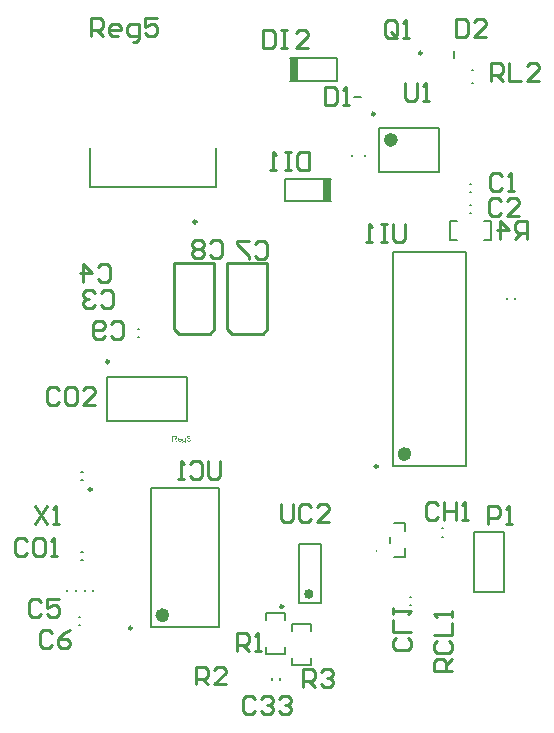
<source format=gbo>
G04*
G04 #@! TF.GenerationSoftware,Altium Limited,Altium Designer,23.8.1 (32)*
G04*
G04 Layer_Color=32896*
%FSLAX44Y44*%
%MOMM*%
G71*
G04*
G04 #@! TF.SameCoordinates,B3540FD7-C173-429B-8219-2738AE0D0CCA*
G04*
G04*
G04 #@! TF.FilePolarity,Positive*
G04*
G01*
G75*
%ADD10C,0.2000*%
%ADD12C,0.2540*%
%ADD87C,0.2500*%
%ADD88C,0.6000*%
%ADD89C,0.4000*%
%ADD90C,0.1270*%
%ADD91R,0.8000X1.9000*%
G36*
X528415Y377802D02*
X528507Y377788D01*
X528619Y377767D01*
X528746Y377732D01*
X528873Y377690D01*
X528999Y377633D01*
X529007D01*
X529013Y377626D01*
X529056Y377605D01*
X529119Y377563D01*
X529189Y377514D01*
X529274Y377443D01*
X529358Y377366D01*
X529443Y377274D01*
X529513Y377169D01*
X529520Y377155D01*
X529541Y377120D01*
X529569Y377056D01*
X529605Y376979D01*
X529640Y376887D01*
X529668Y376782D01*
X529689Y376662D01*
X529696Y376543D01*
Y376529D01*
Y376486D01*
X529689Y376430D01*
X529675Y376353D01*
X529654Y376261D01*
X529619Y376163D01*
X529576Y376064D01*
X529520Y375966D01*
X529513Y375952D01*
X529492Y375924D01*
X529450Y375874D01*
X529394Y375818D01*
X529323Y375755D01*
X529239Y375684D01*
X529140Y375621D01*
X529021Y375558D01*
X529028D01*
X529042Y375551D01*
X529063Y375544D01*
X529091Y375536D01*
X529168Y375508D01*
X529267Y375466D01*
X529379Y375410D01*
X529492Y375340D01*
X529598Y375248D01*
X529696Y375143D01*
X529703Y375128D01*
X529731Y375086D01*
X529773Y375016D01*
X529816Y374924D01*
X529858Y374812D01*
X529900Y374678D01*
X529928Y374523D01*
X529935Y374355D01*
Y374347D01*
Y374326D01*
Y374291D01*
X529928Y374249D01*
X529921Y374193D01*
X529907Y374129D01*
X529893Y374059D01*
X529879Y373982D01*
X529823Y373813D01*
X529780Y373721D01*
X529738Y373637D01*
X529682Y373545D01*
X529619Y373454D01*
X529548Y373362D01*
X529464Y373278D01*
X529457Y373271D01*
X529443Y373257D01*
X529415Y373236D01*
X529379Y373208D01*
X529337Y373172D01*
X529281Y373137D01*
X529218Y373095D01*
X529140Y373060D01*
X529063Y373018D01*
X528971Y372976D01*
X528880Y372940D01*
X528774Y372905D01*
X528662Y372877D01*
X528542Y372856D01*
X528423Y372842D01*
X528289Y372835D01*
X528226D01*
X528183Y372842D01*
X528127Y372849D01*
X528064Y372856D01*
X527993Y372870D01*
X527916Y372884D01*
X527747Y372926D01*
X527571Y372997D01*
X527480Y373039D01*
X527395Y373088D01*
X527311Y373151D01*
X527226Y373215D01*
X527219Y373222D01*
X527205Y373236D01*
X527184Y373257D01*
X527163Y373285D01*
X527128Y373320D01*
X527093Y373369D01*
X527051Y373419D01*
X527008Y373482D01*
X526966Y373552D01*
X526924Y373623D01*
X526847Y373792D01*
X526783Y373989D01*
X526762Y374094D01*
X526748Y374207D01*
X527346Y374284D01*
Y374277D01*
X527353Y374263D01*
X527360Y374235D01*
X527367Y374200D01*
X527374Y374157D01*
X527388Y374108D01*
X527424Y374003D01*
X527473Y373876D01*
X527536Y373756D01*
X527606Y373644D01*
X527691Y373545D01*
X527705Y373538D01*
X527733Y373510D01*
X527789Y373475D01*
X527860Y373440D01*
X527944Y373398D01*
X528050Y373362D01*
X528169Y373334D01*
X528296Y373327D01*
X528338D01*
X528366Y373334D01*
X528444Y373341D01*
X528542Y373362D01*
X528655Y373398D01*
X528774Y373447D01*
X528894Y373517D01*
X529007Y373616D01*
X529021Y373630D01*
X529056Y373672D01*
X529098Y373735D01*
X529154Y373820D01*
X529211Y373925D01*
X529253Y374045D01*
X529288Y374186D01*
X529302Y374340D01*
Y374347D01*
Y374361D01*
Y374383D01*
X529295Y374411D01*
X529288Y374488D01*
X529267Y374580D01*
X529239Y374692D01*
X529189Y374805D01*
X529119Y374917D01*
X529028Y375023D01*
X529013Y375037D01*
X528978Y375065D01*
X528922Y375107D01*
X528845Y375157D01*
X528746Y375206D01*
X528627Y375248D01*
X528493Y375276D01*
X528345Y375290D01*
X528282D01*
X528233Y375283D01*
X528169Y375276D01*
X528099Y375262D01*
X528014Y375248D01*
X527923Y375227D01*
X527993Y375755D01*
X528028D01*
X528057Y375748D01*
X528148D01*
X528226Y375762D01*
X528317Y375776D01*
X528423Y375797D01*
X528542Y375832D01*
X528655Y375881D01*
X528774Y375945D01*
X528781D01*
X528788Y375952D01*
X528824Y375980D01*
X528873Y376029D01*
X528929Y376092D01*
X528985Y376184D01*
X529035Y376289D01*
X529070Y376409D01*
X529084Y376479D01*
Y376557D01*
Y376564D01*
Y376571D01*
Y376613D01*
X529070Y376669D01*
X529056Y376747D01*
X529028Y376831D01*
X528992Y376923D01*
X528936Y377014D01*
X528859Y377099D01*
X528852Y377105D01*
X528816Y377134D01*
X528767Y377169D01*
X528704Y377211D01*
X528619Y377246D01*
X528521Y377281D01*
X528409Y377309D01*
X528282Y377317D01*
X528226D01*
X528162Y377303D01*
X528078Y377288D01*
X527986Y377260D01*
X527895Y377225D01*
X527796Y377169D01*
X527705Y377099D01*
X527698Y377091D01*
X527670Y377056D01*
X527627Y377007D01*
X527578Y376937D01*
X527529Y376845D01*
X527480Y376733D01*
X527438Y376599D01*
X527409Y376444D01*
X526811Y376550D01*
Y376557D01*
X526818Y376578D01*
X526825Y376606D01*
X526832Y376648D01*
X526847Y376697D01*
X526868Y376754D01*
X526910Y376887D01*
X526980Y377042D01*
X527065Y377197D01*
X527170Y377345D01*
X527304Y377478D01*
X527311Y377485D01*
X527325Y377492D01*
X527346Y377506D01*
X527374Y377528D01*
X527409Y377556D01*
X527459Y377584D01*
X527508Y377612D01*
X527571Y377647D01*
X527712Y377704D01*
X527874Y377760D01*
X528064Y377795D01*
X528162Y377809D01*
X528338D01*
X528415Y377802D01*
D02*
G37*
G36*
X516828Y377781D02*
X516891D01*
X517039Y377774D01*
X517193Y377753D01*
X517362Y377732D01*
X517517Y377696D01*
X517594Y377675D01*
X517658Y377654D01*
X517665D01*
X517672Y377647D01*
X517714Y377626D01*
X517777Y377598D01*
X517855Y377549D01*
X517939Y377485D01*
X518031Y377401D01*
X518115Y377303D01*
X518200Y377190D01*
Y377183D01*
X518207Y377176D01*
X518235Y377134D01*
X518263Y377063D01*
X518305Y376972D01*
X518340Y376866D01*
X518375Y376740D01*
X518396Y376606D01*
X518404Y376458D01*
Y376451D01*
Y376437D01*
Y376409D01*
X518396Y376374D01*
Y376325D01*
X518390Y376275D01*
X518361Y376156D01*
X518319Y376015D01*
X518263Y375867D01*
X518178Y375719D01*
X518122Y375649D01*
X518066Y375579D01*
X518059Y375572D01*
X518052Y375565D01*
X518031Y375544D01*
X518003Y375522D01*
X517967Y375494D01*
X517925Y375466D01*
X517869Y375431D01*
X517813Y375389D01*
X517742Y375354D01*
X517665Y375318D01*
X517580Y375276D01*
X517489Y375241D01*
X517383Y375213D01*
X517278Y375178D01*
X517158Y375157D01*
X517032Y375135D01*
X517046Y375128D01*
X517074Y375114D01*
X517116Y375086D01*
X517172Y375058D01*
X517299Y374981D01*
X517362Y374931D01*
X517419Y374889D01*
X517433Y374875D01*
X517468Y374840D01*
X517524Y374784D01*
X517594Y374713D01*
X517672Y374615D01*
X517763Y374509D01*
X517855Y374383D01*
X517953Y374242D01*
X518791Y372919D01*
X517988D01*
X517348Y373932D01*
Y373939D01*
X517334Y373954D01*
X517320Y373975D01*
X517299Y374003D01*
X517250Y374080D01*
X517186Y374179D01*
X517109Y374284D01*
X517032Y374397D01*
X516954Y374502D01*
X516884Y374601D01*
X516877Y374608D01*
X516856Y374636D01*
X516820Y374678D01*
X516771Y374727D01*
X516666Y374833D01*
X516609Y374882D01*
X516553Y374924D01*
X516546Y374931D01*
X516532Y374939D01*
X516504Y374953D01*
X516462Y374974D01*
X516419Y374995D01*
X516370Y375016D01*
X516258Y375051D01*
X516251D01*
X516236Y375058D01*
X516208D01*
X516173Y375065D01*
X516124Y375072D01*
X516068D01*
X515990Y375079D01*
X515160D01*
Y372919D01*
X514513D01*
Y377788D01*
X516771D01*
X516828Y377781D01*
D02*
G37*
G36*
X520901Y376521D02*
X520958Y376515D01*
X521028Y376500D01*
X521105Y376486D01*
X521197Y376465D01*
X521281Y376444D01*
X521380Y376409D01*
X521471Y376374D01*
X521570Y376325D01*
X521668Y376268D01*
X521767Y376205D01*
X521858Y376128D01*
X521943Y376043D01*
X521950Y376036D01*
X521964Y376022D01*
X521985Y375994D01*
X522013Y375952D01*
X522048Y375902D01*
X522083Y375846D01*
X522126Y375776D01*
X522168Y375691D01*
X522210Y375600D01*
X522252Y375501D01*
X522287Y375389D01*
X522323Y375269D01*
X522351Y375135D01*
X522372Y374995D01*
X522386Y374847D01*
X522393Y374685D01*
Y374678D01*
Y374650D01*
Y374601D01*
X522386Y374530D01*
X519747D01*
Y374523D01*
Y374502D01*
X519754Y374474D01*
Y374432D01*
X519762Y374383D01*
X519776Y374326D01*
X519797Y374200D01*
X519839Y374059D01*
X519895Y373904D01*
X519972Y373764D01*
X520071Y373637D01*
X520078D01*
X520085Y373623D01*
X520127Y373588D01*
X520191Y373538D01*
X520275Y373489D01*
X520388Y373433D01*
X520514Y373384D01*
X520655Y373348D01*
X520732Y373341D01*
X520817Y373334D01*
X520873D01*
X520936Y373341D01*
X521014Y373355D01*
X521098Y373377D01*
X521197Y373405D01*
X521288Y373447D01*
X521380Y373503D01*
X521387Y373510D01*
X521422Y373538D01*
X521464Y373581D01*
X521513Y373637D01*
X521570Y373714D01*
X521633Y373813D01*
X521696Y373925D01*
X521753Y374059D01*
X522372Y373982D01*
Y373975D01*
X522365Y373960D01*
X522358Y373932D01*
X522344Y373890D01*
X522323Y373848D01*
X522301Y373792D01*
X522245Y373672D01*
X522175Y373538D01*
X522076Y373398D01*
X521964Y373264D01*
X521823Y373137D01*
X521816D01*
X521802Y373123D01*
X521781Y373109D01*
X521753Y373088D01*
X521710Y373067D01*
X521668Y373046D01*
X521612Y373018D01*
X521549Y372990D01*
X521478Y372961D01*
X521408Y372933D01*
X521232Y372891D01*
X521035Y372856D01*
X520817Y372842D01*
X520739D01*
X520690Y372849D01*
X520627Y372856D01*
X520550Y372870D01*
X520465Y372884D01*
X520374Y372898D01*
X520177Y372954D01*
X520071Y372997D01*
X519972Y373039D01*
X519867Y373095D01*
X519768Y373158D01*
X519677Y373229D01*
X519586Y373313D01*
X519579Y373320D01*
X519565Y373334D01*
X519543Y373362D01*
X519515Y373405D01*
X519480Y373454D01*
X519445Y373510D01*
X519403Y373581D01*
X519360Y373658D01*
X519318Y373749D01*
X519276Y373848D01*
X519241Y373960D01*
X519206Y374080D01*
X519178Y374207D01*
X519156Y374347D01*
X519142Y374495D01*
X519135Y374650D01*
Y374657D01*
Y374692D01*
Y374734D01*
X519142Y374798D01*
X519149Y374875D01*
X519156Y374960D01*
X519170Y375058D01*
X519192Y375157D01*
X519248Y375382D01*
X519283Y375494D01*
X519325Y375614D01*
X519381Y375727D01*
X519445Y375832D01*
X519515Y375938D01*
X519593Y376036D01*
X519600Y376043D01*
X519614Y376057D01*
X519642Y376078D01*
X519677Y376113D01*
X519719Y376149D01*
X519776Y376191D01*
X519839Y376240D01*
X519916Y376282D01*
X519994Y376332D01*
X520085Y376374D01*
X520184Y376416D01*
X520289Y376451D01*
X520402Y376486D01*
X520521Y376507D01*
X520648Y376521D01*
X520782Y376529D01*
X520852D01*
X520901Y376521D01*
D02*
G37*
G36*
X524525D02*
X524574Y376515D01*
X524637Y376500D01*
X524708Y376486D01*
X524785Y376465D01*
X524862Y376437D01*
X524947Y376402D01*
X525031Y376360D01*
X525123Y376310D01*
X525207Y376254D01*
X525292Y376184D01*
X525376Y376106D01*
X525453Y376015D01*
Y376451D01*
X526002D01*
Y373398D01*
Y373391D01*
Y373362D01*
Y373320D01*
Y373264D01*
X525995Y373201D01*
Y373123D01*
X525988Y373039D01*
X525981Y372947D01*
X525960Y372757D01*
X525932Y372560D01*
X525911Y372469D01*
X525890Y372384D01*
X525862Y372307D01*
X525833Y372237D01*
Y372230D01*
X525826Y372223D01*
X525798Y372180D01*
X525763Y372117D01*
X525707Y372040D01*
X525629Y371955D01*
X525538Y371864D01*
X525425Y371772D01*
X525299Y371695D01*
X525292D01*
X525285Y371688D01*
X525263Y371674D01*
X525235Y371667D01*
X525200Y371646D01*
X525158Y371632D01*
X525052Y371596D01*
X524926Y371554D01*
X524771Y371526D01*
X524595Y371498D01*
X524405Y371491D01*
X524342D01*
X524300Y371498D01*
X524243D01*
X524187Y371505D01*
X524117Y371512D01*
X524039Y371526D01*
X523877Y371561D01*
X523709Y371610D01*
X523540Y371681D01*
X523385Y371779D01*
X523378Y371786D01*
X523371Y371794D01*
X523322Y371836D01*
X523265Y371899D01*
X523195Y371991D01*
X523125Y372110D01*
X523061Y372258D01*
X523040Y372342D01*
X523026Y372434D01*
X523012Y372525D01*
Y372631D01*
X523596Y372553D01*
Y372539D01*
X523603Y372511D01*
X523617Y372462D01*
X523631Y372398D01*
X523659Y372335D01*
X523694Y372272D01*
X523737Y372209D01*
X523793Y372159D01*
X523807Y372152D01*
X523835Y372131D01*
X523884Y372103D01*
X523955Y372075D01*
X524039Y372040D01*
X524145Y372012D01*
X524271Y371991D01*
X524405Y371983D01*
X524476D01*
X524546Y371991D01*
X524644Y372005D01*
X524743Y372026D01*
X524848Y372054D01*
X524954Y372096D01*
X525045Y372152D01*
X525052Y372159D01*
X525080Y372180D01*
X525123Y372223D01*
X525172Y372272D01*
X525221Y372342D01*
X525271Y372420D01*
X525320Y372511D01*
X525355Y372617D01*
Y372624D01*
X525362Y372652D01*
X525369Y372708D01*
X525376Y372779D01*
X525383Y372828D01*
Y372884D01*
X525390Y372947D01*
Y373018D01*
Y373095D01*
X525397Y373187D01*
Y373278D01*
Y373384D01*
X525390Y373377D01*
X525376Y373362D01*
X525355Y373341D01*
X525327Y373313D01*
X525292Y373278D01*
X525242Y373236D01*
X525186Y373194D01*
X525130Y373151D01*
X524982Y373067D01*
X524820Y372990D01*
X524729Y372961D01*
X524630Y372940D01*
X524525Y372926D01*
X524419Y372919D01*
X524384D01*
X524349Y372926D01*
X524300D01*
X524236Y372933D01*
X524166Y372947D01*
X524089Y372961D01*
X524004Y372982D01*
X523913Y373011D01*
X523821Y373046D01*
X523730Y373088D01*
X523631Y373137D01*
X523540Y373201D01*
X523448Y373271D01*
X523364Y373348D01*
X523286Y373440D01*
X523279Y373447D01*
X523272Y373461D01*
X523251Y373496D01*
X523223Y373531D01*
X523195Y373588D01*
X523160Y373644D01*
X523125Y373714D01*
X523089Y373799D01*
X523054Y373883D01*
X523019Y373982D01*
X522984Y374080D01*
X522956Y374193D01*
X522906Y374432D01*
X522899Y374566D01*
X522892Y374699D01*
Y374706D01*
Y374720D01*
Y374748D01*
Y374784D01*
X522899Y374833D01*
Y374882D01*
X522914Y375009D01*
X522935Y375149D01*
X522970Y375304D01*
X523012Y375466D01*
X523075Y375628D01*
Y375635D01*
X523082Y375649D01*
X523096Y375670D01*
X523111Y375698D01*
X523153Y375776D01*
X523209Y375874D01*
X523286Y375980D01*
X523378Y376085D01*
X523483Y376198D01*
X523603Y376289D01*
X523610D01*
X523617Y376296D01*
X523638Y376310D01*
X523666Y376325D01*
X523737Y376367D01*
X523835Y376409D01*
X523955Y376451D01*
X524095Y376493D01*
X524250Y376521D01*
X524419Y376529D01*
X524482D01*
X524525Y376521D01*
D02*
G37*
%LPC*%
G36*
X516694Y377246D02*
X515160D01*
Y375635D01*
X516609D01*
X516694Y375642D01*
X516792Y375649D01*
X516905Y375656D01*
X517018Y375670D01*
X517130Y375691D01*
X517229Y375719D01*
X517243Y375727D01*
X517271Y375741D01*
X517313Y375762D01*
X517369Y375790D01*
X517433Y375832D01*
X517496Y375881D01*
X517559Y375945D01*
X517608Y376015D01*
X517616Y376022D01*
X517630Y376050D01*
X517651Y376092D01*
X517679Y376149D01*
X517700Y376212D01*
X517721Y376282D01*
X517735Y376367D01*
X517742Y376451D01*
Y376458D01*
Y376465D01*
X517735Y376507D01*
X517728Y376571D01*
X517714Y376655D01*
X517679Y376740D01*
X517637Y376838D01*
X517573Y376930D01*
X517489Y377021D01*
X517475Y377028D01*
X517440Y377056D01*
X517383Y377091D01*
X517292Y377134D01*
X517186Y377176D01*
X517046Y377211D01*
X516884Y377239D01*
X516694Y377246D01*
D02*
G37*
G36*
X520789Y376036D02*
X520746D01*
X520718Y376029D01*
X520641Y376022D01*
X520550Y376001D01*
X520437Y375966D01*
X520317Y375916D01*
X520205Y375846D01*
X520092Y375755D01*
X520078Y375741D01*
X520050Y375705D01*
X520001Y375642D01*
X519951Y375558D01*
X519895Y375459D01*
X519846Y375332D01*
X519804Y375185D01*
X519783Y375023D01*
X521760D01*
Y375030D01*
Y375044D01*
X521753Y375065D01*
Y375093D01*
X521739Y375178D01*
X521717Y375269D01*
X521682Y375382D01*
X521647Y375487D01*
X521591Y375593D01*
X521527Y375684D01*
Y375691D01*
X521513Y375698D01*
X521478Y375741D01*
X521415Y375797D01*
X521330Y375860D01*
X521225Y375924D01*
X521098Y375980D01*
X520951Y376022D01*
X520873Y376029D01*
X520789Y376036D01*
D02*
G37*
G36*
X524539D02*
X524426D01*
X524398Y376029D01*
X524321Y376022D01*
X524229Y375994D01*
X524117Y375959D01*
X524004Y375895D01*
X523891Y375818D01*
X523835Y375762D01*
X523779Y375705D01*
Y375698D01*
X523765Y375691D01*
X523751Y375670D01*
X523737Y375642D01*
X523716Y375614D01*
X523694Y375572D01*
X523666Y375522D01*
X523645Y375466D01*
X523617Y375403D01*
X523589Y375325D01*
X523568Y375248D01*
X523547Y375164D01*
X523533Y375065D01*
X523519Y374967D01*
X523504Y374861D01*
Y374742D01*
Y374734D01*
Y374713D01*
Y374678D01*
X523512Y374629D01*
Y374573D01*
X523519Y374502D01*
X523540Y374355D01*
X523575Y374186D01*
X523617Y374024D01*
X523687Y373862D01*
X523730Y373792D01*
X523779Y373728D01*
X523793Y373714D01*
X523828Y373679D01*
X523884Y373630D01*
X523969Y373573D01*
X524067Y373510D01*
X524187Y373461D01*
X524321Y373426D01*
X524391Y373419D01*
X524468Y373412D01*
X524511D01*
X524539Y373419D01*
X524616Y373426D01*
X524715Y373454D01*
X524820Y373489D01*
X524940Y373545D01*
X525052Y373623D01*
X525109Y373672D01*
X525165Y373728D01*
Y373735D01*
X525179Y373742D01*
X525193Y373764D01*
X525207Y373792D01*
X525228Y373820D01*
X525256Y373862D01*
X525277Y373911D01*
X525306Y373975D01*
X525334Y374038D01*
X525355Y374108D01*
X525383Y374193D01*
X525404Y374284D01*
X525418Y374376D01*
X525432Y374481D01*
X525446Y374601D01*
Y374720D01*
Y374727D01*
Y374748D01*
Y374784D01*
X525439Y374826D01*
Y374882D01*
X525432Y374945D01*
X525411Y375086D01*
X525376Y375248D01*
X525327Y375410D01*
X525256Y375572D01*
X525207Y375642D01*
X525158Y375705D01*
Y375712D01*
X525144Y375719D01*
X525109Y375755D01*
X525045Y375811D01*
X524961Y375874D01*
X524862Y375930D01*
X524743Y375987D01*
X524609Y376022D01*
X524539Y376036D01*
D02*
G37*
%LPD*%
D10*
X687500Y280500D02*
G03*
X687500Y280500I-200J0D01*
G01*
X551500Y589000D02*
Y621500D01*
X444500Y589000D02*
X551500D01*
X444500D02*
Y621500D01*
X614500Y678500D02*
X653500D01*
X614500Y697500D02*
X653500D01*
Y678500D02*
Y697500D01*
X753000Y698000D02*
Y704000D01*
X768000Y687500D02*
X769000D01*
X768000Y676500D02*
X769000D01*
X766500Y591500D02*
X767500D01*
X766500Y584500D02*
X767500D01*
X689500Y638500D02*
X740500D01*
X689500Y601500D02*
X740500D01*
X689500D02*
Y638500D01*
X740500Y601500D02*
Y638500D01*
X668000Y665000D02*
X674000D01*
X485500Y468500D02*
X486500D01*
X485500Y461500D02*
X486500D01*
X425500Y246500D02*
Y247500D01*
X432500Y246500D02*
Y247500D01*
X496000Y334000D02*
X554000D01*
X496000Y216000D02*
X554000D01*
Y334000D01*
X496000Y216000D02*
Y334000D01*
X609500Y595500D02*
X648500D01*
X609500Y576500D02*
X648500D01*
X609500D02*
Y595500D01*
X701000Y533500D02*
X763000D01*
X701000Y352500D02*
X763000D01*
Y533500D01*
X701000Y352500D02*
Y533500D01*
X666500Y615000D02*
Y616000D01*
X677500Y615000D02*
Y616000D01*
X766500Y566500D02*
X767500D01*
X766500Y573500D02*
X767500D01*
X459500Y427500D02*
X526500D01*
X459500Y390500D02*
X526500D01*
X459500D02*
Y427500D01*
X526500Y390500D02*
Y427500D01*
X804500Y493500D02*
Y494500D01*
X797500Y493500D02*
Y494500D01*
X435500Y217500D02*
X436500D01*
X435500Y224500D02*
X436500D01*
X622000Y236000D02*
Y286000D01*
X640000Y236000D02*
Y286000D01*
X622000Y236000D02*
X640000D01*
X622000Y286000D02*
X640000D01*
X770300Y245300D02*
X795700D01*
Y296100D01*
X770300D02*
X795700D01*
X770300Y245300D02*
Y296100D01*
X711500Y275500D02*
Y283000D01*
X701960Y275500D02*
X711500D01*
X701960Y304500D02*
X711500D01*
X698500Y287500D02*
Y292500D01*
X711500Y297000D02*
Y304500D01*
X437500Y347500D02*
X438500D01*
X437500Y340500D02*
X438500D01*
X437500Y279500D02*
X438500D01*
X437500Y272500D02*
X438500D01*
X715500Y234500D02*
X716500D01*
X715500Y241500D02*
X716500D01*
X742500Y299500D02*
X743500D01*
X742500Y292500D02*
X743500D01*
X447500Y246500D02*
Y247500D01*
X440500Y246500D02*
Y247500D01*
X605500Y171500D02*
Y172500D01*
X598500Y171500D02*
Y172500D01*
D12*
X546000Y464000D02*
X550000Y468000D01*
X516000D02*
X520000Y464000D01*
X546000D01*
X516000Y524500D02*
X550000D01*
X516000Y468000D02*
Y524500D01*
X550000Y468000D02*
Y524500D01*
X591000Y464000D02*
X595000Y468000D01*
X561000D02*
X565000Y464000D01*
X591000D01*
X561000Y524500D02*
X595000D01*
X561000Y468000D02*
Y524500D01*
X595000Y468000D02*
Y524500D01*
X784687Y678382D02*
Y693617D01*
X792304D01*
X794844Y691078D01*
Y686000D01*
X792304Y683461D01*
X784687D01*
X789765D02*
X794844Y678382D01*
X799922Y693617D02*
Y678382D01*
X810079D01*
X825314D02*
X815157D01*
X825314Y688539D01*
Y691078D01*
X822775Y693617D01*
X817696D01*
X815157Y691078D01*
X754482Y730831D02*
Y715596D01*
X762100D01*
X764639Y718135D01*
Y728292D01*
X762100Y730831D01*
X754482D01*
X779874Y715596D02*
X769718D01*
X779874Y725753D01*
Y728292D01*
X777335Y730831D01*
X772257D01*
X769718Y728292D01*
X814696Y544383D02*
Y559618D01*
X807078D01*
X804539Y557078D01*
Y552000D01*
X807078Y549461D01*
X814696D01*
X809617D02*
X804539Y544383D01*
X791843D02*
Y559618D01*
X799461Y552000D01*
X789304D01*
X625304Y165382D02*
Y180618D01*
X632922D01*
X635461Y178078D01*
Y173000D01*
X632922Y170461D01*
X625304D01*
X630382D02*
X635461Y165382D01*
X640539Y178078D02*
X643078Y180618D01*
X648157D01*
X650696Y178078D01*
Y175539D01*
X648157Y173000D01*
X645618D01*
X648157D01*
X650696Y170461D01*
Y167922D01*
X648157Y165382D01*
X643078D01*
X640539Y167922D01*
X568843Y195382D02*
Y210618D01*
X576461D01*
X579000Y208078D01*
Y203000D01*
X576461Y200461D01*
X568843D01*
X573922D02*
X579000Y195382D01*
X584078D02*
X589157D01*
X586618D01*
Y210618D01*
X584078Y208078D01*
X397843Y318617D02*
X408000Y303382D01*
Y318617D02*
X397843Y303382D01*
X413078D02*
X418157D01*
X415618D01*
Y318617D01*
X413078Y316078D01*
X711266Y557535D02*
Y544839D01*
X708727Y542300D01*
X703649D01*
X701109Y544839D01*
Y557535D01*
X696031D02*
X690953D01*
X693492D01*
Y542300D01*
X696031D01*
X690953D01*
X683335D02*
X678257D01*
X680796D01*
Y557535D01*
X683335Y554996D01*
X606687Y320617D02*
Y307922D01*
X609226Y305382D01*
X614304D01*
X616843Y307922D01*
Y320617D01*
X632078Y318078D02*
X629539Y320617D01*
X624461D01*
X621922Y318078D01*
Y307922D01*
X624461Y305382D01*
X629539D01*
X632078Y307922D01*
X647313Y305382D02*
X637157D01*
X647313Y315539D01*
Y318078D01*
X644774Y320617D01*
X639696D01*
X637157Y318078D01*
X554774Y356618D02*
Y343922D01*
X552235Y341382D01*
X547157D01*
X544618Y343922D01*
Y356618D01*
X529382Y354078D02*
X531922Y356618D01*
X537000D01*
X539539Y354078D01*
Y343922D01*
X537000Y341382D01*
X531922D01*
X529382Y343922D01*
X524304Y341382D02*
X519226D01*
X521765D01*
Y356618D01*
X524304Y354078D01*
X711203Y676908D02*
Y664212D01*
X713743Y661673D01*
X718821D01*
X721360Y664212D01*
Y676908D01*
X726438Y661673D02*
X731517D01*
X728978D01*
Y676908D01*
X726438Y674368D01*
X445678Y716100D02*
Y731335D01*
X453296D01*
X455835Y728796D01*
Y723717D01*
X453296Y721178D01*
X445678D01*
X450756D02*
X455835Y716100D01*
X468531D02*
X463452D01*
X460913Y718639D01*
Y723717D01*
X463452Y726257D01*
X468531D01*
X471070Y723717D01*
Y721178D01*
X460913D01*
X481227Y711022D02*
X483766D01*
X486305Y713561D01*
Y726257D01*
X478687D01*
X476148Y723717D01*
Y718639D01*
X478687Y716100D01*
X486305D01*
X501540Y731335D02*
X491383D01*
Y723717D01*
X496462Y726257D01*
X499001D01*
X501540Y723717D01*
Y718639D01*
X499001Y716100D01*
X493923D01*
X491383Y718639D01*
X751618Y178608D02*
X736383D01*
Y186226D01*
X738922Y188765D01*
X744000D01*
X746540Y186226D01*
Y178608D01*
Y183687D02*
X751618Y188765D01*
X738922Y204000D02*
X736383Y201461D01*
Y196383D01*
X738922Y193843D01*
X749079D01*
X751618Y196383D01*
Y201461D01*
X749079Y204000D01*
X736383Y209078D02*
X751618D01*
Y219235D01*
Y224313D02*
Y229392D01*
Y226853D01*
X736383D01*
X738922Y224313D01*
X534304Y167383D02*
Y182617D01*
X541922D01*
X544461Y180078D01*
Y175000D01*
X541922Y172461D01*
X534304D01*
X539383D02*
X544461Y167383D01*
X559696D02*
X549539D01*
X559696Y177539D01*
Y180078D01*
X557157Y182617D01*
X552079D01*
X549539Y180078D01*
X705000Y716922D02*
Y727078D01*
X702461Y729617D01*
X697383D01*
X694843Y727078D01*
Y716922D01*
X697383Y714382D01*
X702461D01*
X699922Y719461D02*
X705000Y714382D01*
X702461D02*
X705000Y716922D01*
X710078Y714382D02*
X715157D01*
X712618D01*
Y729617D01*
X710078Y727078D01*
X781843Y303382D02*
Y318617D01*
X789461D01*
X792000Y316078D01*
Y311000D01*
X789461Y308461D01*
X781843D01*
X797078Y303382D02*
X802157D01*
X799618D01*
Y318617D01*
X797078Y316078D01*
X591340Y721401D02*
Y706166D01*
X598958D01*
X601497Y708705D01*
Y718862D01*
X598958Y721401D01*
X591340D01*
X606575D02*
X611654D01*
X609115D01*
Y706166D01*
X606575D01*
X611654D01*
X629428D02*
X619271D01*
X629428Y716323D01*
Y718862D01*
X626889Y721401D01*
X621810D01*
X619271Y718862D01*
X630505Y618618D02*
Y603382D01*
X622887D01*
X620348Y605922D01*
Y616078D01*
X622887Y618618D01*
X630505D01*
X615270D02*
X610191D01*
X612730D01*
Y603382D01*
X615270D01*
X610191D01*
X602574D02*
X597495D01*
X600034D01*
Y618618D01*
X602574Y616078D01*
X643843Y673617D02*
Y658382D01*
X651461D01*
X654000Y660922D01*
Y671078D01*
X651461Y673617D01*
X643843D01*
X659078Y658382D02*
X664157D01*
X661618D01*
Y673617D01*
X659078Y671078D01*
X418843Y417078D02*
X416304Y419618D01*
X411226D01*
X408687Y417078D01*
Y406922D01*
X411226Y404383D01*
X416304D01*
X418843Y406922D01*
X431539Y419618D02*
X426461D01*
X423922Y417078D01*
Y406922D01*
X426461Y404383D01*
X431539D01*
X434078Y406922D01*
Y417078D01*
X431539Y419618D01*
X449314Y404383D02*
X439157D01*
X449314Y414539D01*
Y417078D01*
X446774Y419618D01*
X441696D01*
X439157Y417078D01*
X391162Y289050D02*
X388623Y291590D01*
X383545D01*
X381006Y289050D01*
Y278894D01*
X383545Y276355D01*
X388623D01*
X391162Y278894D01*
X403858Y291590D02*
X398780D01*
X396241Y289050D01*
Y278894D01*
X398780Y276355D01*
X403858D01*
X406398Y278894D01*
Y289050D01*
X403858Y291590D01*
X411476Y276355D02*
X416554D01*
X414015D01*
Y291590D01*
X411476Y289050D01*
X714079Y206382D02*
X716618Y203843D01*
Y198765D01*
X714079Y196226D01*
X703922D01*
X701383Y198765D01*
Y203843D01*
X703922Y206382D01*
X716618Y211461D02*
X701383D01*
Y221618D01*
Y226696D02*
Y231774D01*
Y229235D01*
X716618D01*
X714079Y226696D01*
X739382Y319078D02*
X736843Y321618D01*
X731765D01*
X729226Y319078D01*
Y308922D01*
X731765Y306383D01*
X736843D01*
X739382Y308922D01*
X744461Y321618D02*
Y306383D01*
Y314000D01*
X754618D01*
Y321618D01*
Y306383D01*
X759696D02*
X764774D01*
X762235D01*
Y321618D01*
X759696Y319078D01*
X584843Y155078D02*
X582304Y157618D01*
X577226D01*
X574687Y155078D01*
Y144922D01*
X577226Y142382D01*
X582304D01*
X584843Y144922D01*
X589922Y155078D02*
X592461Y157618D01*
X597539D01*
X600078Y155078D01*
Y152539D01*
X597539Y150000D01*
X595000D01*
X597539D01*
X600078Y147461D01*
Y144922D01*
X597539Y142382D01*
X592461D01*
X589922Y144922D01*
X605157Y155078D02*
X607696Y157618D01*
X612774D01*
X615313Y155078D01*
Y152539D01*
X612774Y150000D01*
X610235D01*
X612774D01*
X615313Y147461D01*
Y144922D01*
X612774Y142382D01*
X607696D01*
X605157Y144922D01*
X462279Y472438D02*
X464818Y474977D01*
X469897D01*
X472436Y472438D01*
Y462282D01*
X469897Y459743D01*
X464818D01*
X462279Y462282D01*
X457201D02*
X454662Y459743D01*
X449583D01*
X447044Y462282D01*
Y472438D01*
X449583Y474977D01*
X454662D01*
X457201Y472438D01*
Y469899D01*
X454662Y467360D01*
X447044D01*
X546539Y541078D02*
X549078Y543618D01*
X554157D01*
X556696Y541078D01*
Y530922D01*
X554157Y528382D01*
X549078D01*
X546539Y530922D01*
X541461Y541078D02*
X538922Y543618D01*
X533843D01*
X531304Y541078D01*
Y538539D01*
X533843Y536000D01*
X531304Y533461D01*
Y530922D01*
X533843Y528382D01*
X538922D01*
X541461Y530922D01*
Y533461D01*
X538922Y536000D01*
X541461Y538539D01*
Y541078D01*
X538922Y536000D02*
X533843D01*
X584539Y540078D02*
X587078Y542617D01*
X592157D01*
X594696Y540078D01*
Y529922D01*
X592157Y527383D01*
X587078D01*
X584539Y529922D01*
X579461Y542617D02*
X569304D01*
Y540078D01*
X579461Y529922D01*
Y527383D01*
X412751Y210818D02*
X410212Y213358D01*
X405133D01*
X402594Y210818D01*
Y200662D01*
X405133Y198123D01*
X410212D01*
X412751Y200662D01*
X427986Y213358D02*
X422907Y210818D01*
X417829Y205740D01*
Y200662D01*
X420368Y198123D01*
X425447D01*
X427986Y200662D01*
Y203201D01*
X425447Y205740D01*
X417829D01*
X403461Y237078D02*
X400922Y239618D01*
X395843D01*
X393304Y237078D01*
Y226922D01*
X395843Y224382D01*
X400922D01*
X403461Y226922D01*
X418696Y239618D02*
X408539D01*
Y232000D01*
X413618Y234539D01*
X416157D01*
X418696Y232000D01*
Y226922D01*
X416157Y224382D01*
X411078D01*
X408539Y226922D01*
X451731Y521078D02*
X454270Y523618D01*
X459349D01*
X461888Y521078D01*
Y510922D01*
X459349Y508382D01*
X454270D01*
X451731Y510922D01*
X439035Y508382D02*
Y523618D01*
X446653Y516000D01*
X436496D01*
X454151Y488952D02*
X456690Y486412D01*
X461769D01*
X464308Y488952D01*
Y499108D01*
X461769Y501647D01*
X456690D01*
X454151Y499108D01*
X449073Y488952D02*
X446534Y486412D01*
X441455D01*
X438916Y488952D01*
Y491491D01*
X441455Y494030D01*
X443994D01*
X441455D01*
X438916Y496569D01*
Y499108D01*
X441455Y501647D01*
X446534D01*
X449073Y499108D01*
X792461Y577078D02*
X789922Y579618D01*
X784843D01*
X782304Y577078D01*
Y566922D01*
X784843Y564383D01*
X789922D01*
X792461Y566922D01*
X807696Y564383D02*
X797539D01*
X807696Y574539D01*
Y577078D01*
X805157Y579618D01*
X800078D01*
X797539Y577078D01*
X794000Y598078D02*
X791461Y600617D01*
X786383D01*
X783843Y598078D01*
Y587922D01*
X786383Y585382D01*
X791461D01*
X794000Y587922D01*
X799078Y585382D02*
X804157D01*
X801618D01*
Y600617D01*
X799078Y598078D01*
D87*
X534900Y559000D02*
G03*
X534900Y559000I-1250J0D01*
G01*
X725770Y701925D02*
G03*
X725770Y701925I-1250J0D01*
G01*
X685750Y650500D02*
G03*
X685750Y650500I-1250J0D01*
G01*
X480250Y215200D02*
G03*
X480250Y215200I-1250J0D01*
G01*
X688250Y351950D02*
G03*
X688250Y351950I-1250J0D01*
G01*
X460750Y440750D02*
G03*
X460750Y440750I-1250J0D01*
G01*
X608250Y233450D02*
G03*
X608250Y233450I-1250J0D01*
G01*
X446250Y332500D02*
G03*
X446250Y332500I-1250J0D01*
G01*
D88*
X702500Y628500D02*
G03*
X702500Y628500I-3000J0D01*
G01*
X509000Y226000D02*
G03*
X509000Y226000I-3000J0D01*
G01*
X714000Y362500D02*
G03*
X714000Y362500I-3000J0D01*
G01*
D89*
X632000Y244000D02*
G03*
X632000Y244000I-2000J0D01*
G01*
D90*
X615872Y218636D02*
X632128D01*
X615872Y184092D02*
X632128D01*
Y212540D02*
Y218636D01*
X615872Y212540D02*
Y218636D01*
X632128Y184092D02*
Y190188D01*
X615872Y184092D02*
Y190188D01*
X749728Y560128D02*
X755824D01*
X749728Y543872D02*
X755824D01*
X778176Y560128D02*
X784272D01*
X778176Y543872D02*
X784272D01*
X749728D02*
Y560128D01*
X784272Y543872D02*
Y560128D01*
X593872Y193364D02*
X610128D01*
X593872Y227908D02*
X610128D01*
X593872Y193364D02*
Y199460D01*
X610128Y193364D02*
Y199460D01*
X593872Y221812D02*
Y227908D01*
X610128Y221812D02*
Y227908D01*
D91*
X617500Y688000D02*
D03*
X645500Y586000D02*
D03*
M02*

</source>
